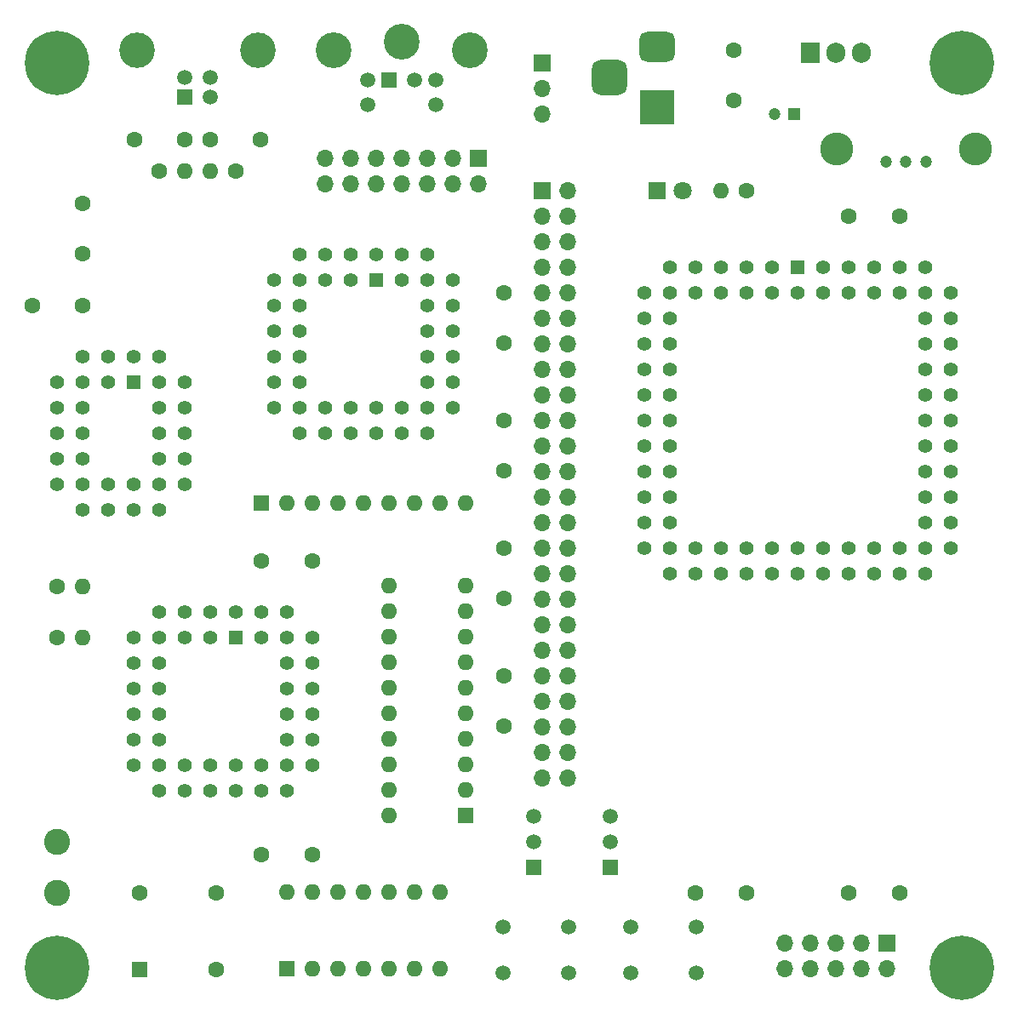
<source format=gbr>
%TF.GenerationSoftware,KiCad,Pcbnew,(6.0.4)*%
%TF.CreationDate,2022-07-11T08:06:57+02:00*%
%TF.ProjectId,65C816_SBC,36354338-3136-45f5-9342-432e6b696361,rev?*%
%TF.SameCoordinates,Original*%
%TF.FileFunction,Soldermask,Bot*%
%TF.FilePolarity,Negative*%
%FSLAX46Y46*%
G04 Gerber Fmt 4.6, Leading zero omitted, Abs format (unit mm)*
G04 Created by KiCad (PCBNEW (6.0.4)) date 2022-07-11 08:06:57*
%MOMM*%
%LPD*%
G01*
G04 APERTURE LIST*
G04 Aperture macros list*
%AMRoundRect*
0 Rectangle with rounded corners*
0 $1 Rounding radius*
0 $2 $3 $4 $5 $6 $7 $8 $9 X,Y pos of 4 corners*
0 Add a 4 corners polygon primitive as box body*
4,1,4,$2,$3,$4,$5,$6,$7,$8,$9,$2,$3,0*
0 Add four circle primitives for the rounded corners*
1,1,$1+$1,$2,$3*
1,1,$1+$1,$4,$5*
1,1,$1+$1,$6,$7*
1,1,$1+$1,$8,$9*
0 Add four rect primitives between the rounded corners*
20,1,$1+$1,$2,$3,$4,$5,0*
20,1,$1+$1,$4,$5,$6,$7,0*
20,1,$1+$1,$6,$7,$8,$9,0*
20,1,$1+$1,$8,$9,$2,$3,0*%
G04 Aperture macros list end*
%ADD10R,1.700000X1.700000*%
%ADD11O,1.700000X1.700000*%
%ADD12C,1.600000*%
%ADD13R,1.600000X1.600000*%
%ADD14R,1.509000X1.509000*%
%ADD15C,1.509000*%
%ADD16C,3.525000*%
%ADD17C,1.500000*%
%ADD18R,1.500000X1.500000*%
%ADD19O,1.600000X1.600000*%
%ADD20R,1.422400X1.422400*%
%ADD21C,1.422400*%
%ADD22R,1.905000X2.000000*%
%ADD23O,1.905000X2.000000*%
%ADD24C,2.600000*%
%ADD25C,1.200000*%
%ADD26C,3.290000*%
%ADD27C,3.555000*%
%ADD28R,1.800000X1.800000*%
%ADD29C,1.800000*%
%ADD30R,1.200000X1.200000*%
%ADD31R,3.500000X3.500000*%
%ADD32RoundRect,0.750000X-1.000000X0.750000X-1.000000X-0.750000X1.000000X-0.750000X1.000000X0.750000X0*%
%ADD33RoundRect,0.875000X-0.875000X0.875000X-0.875000X-0.875000X0.875000X-0.875000X0.875000X0.875000X0*%
%ADD34C,6.400000*%
G04 APERTURE END LIST*
D10*
%TO.C,J1*%
X149860000Y-63510000D03*
D11*
X152400000Y-63510000D03*
X149860000Y-66050000D03*
X152400000Y-66050000D03*
X149860000Y-68590000D03*
X152400000Y-68590000D03*
X149860000Y-71130000D03*
X152400000Y-71130000D03*
X149860000Y-73670000D03*
X152400000Y-73670000D03*
X149860000Y-76210000D03*
X152400000Y-76210000D03*
X149860000Y-78750000D03*
X152400000Y-78750000D03*
X149860000Y-81290000D03*
X152400000Y-81290000D03*
X149860000Y-83830000D03*
X152400000Y-83830000D03*
X149860000Y-86370000D03*
X152400000Y-86370000D03*
X149860000Y-88910000D03*
X152400000Y-88910000D03*
X149860000Y-91450000D03*
X152400000Y-91450000D03*
X149860000Y-93990000D03*
X152400000Y-93990000D03*
X149860000Y-96530000D03*
X152400000Y-96530000D03*
X149860000Y-99070000D03*
X152400000Y-99070000D03*
X149860000Y-101610000D03*
X152400000Y-101610000D03*
X149860000Y-104150000D03*
X152400000Y-104150000D03*
X149860000Y-106690000D03*
X152400000Y-106690000D03*
X149860000Y-109230000D03*
X152400000Y-109230000D03*
X149860000Y-111770000D03*
X152400000Y-111770000D03*
X149860000Y-114310000D03*
X152400000Y-114310000D03*
X149860000Y-116850000D03*
X152400000Y-116850000D03*
X149860000Y-119390000D03*
X152400000Y-119390000D03*
X149860000Y-121930000D03*
X152400000Y-121930000D03*
%TD*%
D10*
%TO.C,J3*%
X149860000Y-50815000D03*
D11*
X149860000Y-53355000D03*
X149860000Y-55895000D03*
%TD*%
D12*
%TO.C,X0*%
X109855000Y-133350000D03*
X117475000Y-133350000D03*
X117475000Y-140970000D03*
D13*
X109855000Y-140970000D03*
%TD*%
D14*
%TO.C,USB0*%
X114320000Y-54240000D03*
D15*
X116820000Y-54240000D03*
X116820000Y-52240000D03*
X114320000Y-52240000D03*
D16*
X121590000Y-49530000D03*
X109550000Y-49530000D03*
%TD*%
D17*
%TO.C,U11*%
X149040000Y-125740000D03*
X149040000Y-128280000D03*
D18*
X149040000Y-130820000D03*
%TD*%
D17*
%TO.C,U10*%
X156660000Y-125740000D03*
X156660000Y-128280000D03*
D18*
X156660000Y-130820000D03*
%TD*%
D13*
%TO.C,U9*%
X142230000Y-125725000D03*
D19*
X142230000Y-123185000D03*
X142230000Y-120645000D03*
X142230000Y-118105000D03*
X142230000Y-115565000D03*
X142230000Y-113025000D03*
X142230000Y-110485000D03*
X142230000Y-107945000D03*
X142230000Y-105405000D03*
X142230000Y-102865000D03*
X134610000Y-102865000D03*
X134610000Y-105405000D03*
X134610000Y-107945000D03*
X134610000Y-110485000D03*
X134610000Y-113025000D03*
X134610000Y-115565000D03*
X134610000Y-118105000D03*
X134610000Y-120645000D03*
X134610000Y-123185000D03*
X134610000Y-125725000D03*
%TD*%
D20*
%TO.C,U8*%
X119380000Y-107950000D03*
D21*
X116840000Y-105410000D03*
X116840000Y-107950000D03*
X114300000Y-105410000D03*
X114300000Y-107950000D03*
X111760000Y-105410000D03*
X109220000Y-107950000D03*
X111760000Y-107950000D03*
X109220000Y-110490000D03*
X111760000Y-110490000D03*
X109220000Y-113030000D03*
X111760000Y-113030000D03*
X109220000Y-115570000D03*
X111760000Y-115570000D03*
X109220000Y-118110000D03*
X111760000Y-118110000D03*
X109220000Y-120650000D03*
X111760000Y-123190000D03*
X111760000Y-120650000D03*
X114300000Y-123190000D03*
X114300000Y-120650000D03*
X116840000Y-123190000D03*
X116840000Y-120650000D03*
X119380000Y-123190000D03*
X119380000Y-120650000D03*
X121920000Y-123190000D03*
X121920000Y-120650000D03*
X124460000Y-123190000D03*
X127000000Y-120650000D03*
X124460000Y-120650000D03*
X127000000Y-118110000D03*
X124460000Y-118110000D03*
X127000000Y-115570000D03*
X124460000Y-115570000D03*
X127000000Y-113030000D03*
X124460000Y-113030000D03*
X127000000Y-110490000D03*
X124460000Y-110490000D03*
X127000000Y-107950000D03*
X124460000Y-105410000D03*
X124460000Y-107950000D03*
X121920000Y-105410000D03*
X121920000Y-107950000D03*
X119380000Y-105410000D03*
%TD*%
D20*
%TO.C,U5*%
X109220000Y-82550000D03*
D21*
X106680000Y-80010000D03*
X106680000Y-82550000D03*
X104140000Y-80010000D03*
X101600000Y-82550000D03*
X104140000Y-82550000D03*
X101600000Y-85090000D03*
X104140000Y-85090000D03*
X101600000Y-87630000D03*
X104140000Y-87630000D03*
X101600000Y-90170000D03*
X104140000Y-90170000D03*
X101600000Y-92710000D03*
X104140000Y-95250000D03*
X104140000Y-92710000D03*
X106680000Y-95250000D03*
X106680000Y-92710000D03*
X109220000Y-95250000D03*
X109220000Y-92710000D03*
X111760000Y-95250000D03*
X114300000Y-92710000D03*
X111760000Y-92710000D03*
X114300000Y-90170000D03*
X111760000Y-90170000D03*
X114300000Y-87630000D03*
X111760000Y-87630000D03*
X114300000Y-85090000D03*
X111760000Y-85090000D03*
X114300000Y-82550000D03*
X111760000Y-80010000D03*
X111760000Y-82550000D03*
X109220000Y-80010000D03*
%TD*%
D20*
%TO.C,U4*%
X133350000Y-72390000D03*
D21*
X130810000Y-69850000D03*
X130810000Y-72390000D03*
X128270000Y-69850000D03*
X128270000Y-72390000D03*
X125730000Y-69850000D03*
X123190000Y-72390000D03*
X125730000Y-72390000D03*
X123190000Y-74930000D03*
X125730000Y-74930000D03*
X123190000Y-77470000D03*
X125730000Y-77470000D03*
X123190000Y-80010000D03*
X125730000Y-80010000D03*
X123190000Y-82550000D03*
X125730000Y-82550000D03*
X123190000Y-85090000D03*
X125730000Y-87630000D03*
X125730000Y-85090000D03*
X128270000Y-87630000D03*
X128270000Y-85090000D03*
X130810000Y-87630000D03*
X130810000Y-85090000D03*
X133350000Y-87630000D03*
X133350000Y-85090000D03*
X135890000Y-87630000D03*
X135890000Y-85090000D03*
X138430000Y-87630000D03*
X140970000Y-85090000D03*
X138430000Y-85090000D03*
X140970000Y-82550000D03*
X138430000Y-82550000D03*
X140970000Y-80010000D03*
X138430000Y-80010000D03*
X140970000Y-77470000D03*
X138430000Y-77470000D03*
X140970000Y-74930000D03*
X138430000Y-74930000D03*
X140970000Y-72390000D03*
X138430000Y-69850000D03*
X138430000Y-72390000D03*
X135890000Y-69850000D03*
X135890000Y-72390000D03*
X133350000Y-69850000D03*
%TD*%
D20*
%TO.C,U3*%
X175260000Y-71120000D03*
D21*
X175260000Y-73660000D03*
X172720000Y-71120000D03*
X172720000Y-73660000D03*
X170180000Y-71120000D03*
X170180000Y-73660000D03*
X167640000Y-71120000D03*
X167640000Y-73660000D03*
X165100000Y-71120000D03*
X165100000Y-73660000D03*
X162560000Y-71120000D03*
X160020000Y-73660000D03*
X162560000Y-73660000D03*
X160020000Y-76200000D03*
X162560000Y-76200000D03*
X160020000Y-78740000D03*
X162560000Y-78740000D03*
X160020000Y-81280000D03*
X162560000Y-81280000D03*
X160020000Y-83820000D03*
X162560000Y-83820000D03*
X160020000Y-86360000D03*
X162560000Y-86360000D03*
X160020000Y-88900000D03*
X162560000Y-88900000D03*
X160020000Y-91440000D03*
X162560000Y-91440000D03*
X160020000Y-93980000D03*
X162560000Y-93980000D03*
X160020000Y-96520000D03*
X162560000Y-96520000D03*
X160020000Y-99060000D03*
X162560000Y-101600000D03*
X162560000Y-99060000D03*
X165100000Y-101600000D03*
X165100000Y-99060000D03*
X167640000Y-101600000D03*
X167640000Y-99060000D03*
X170180000Y-101600000D03*
X170180000Y-99060000D03*
X172720000Y-101600000D03*
X172720000Y-99060000D03*
X175260000Y-101600000D03*
X175260000Y-99060000D03*
X177800000Y-101600000D03*
X177800000Y-99060000D03*
X180340000Y-101600000D03*
X180340000Y-99060000D03*
X182880000Y-101600000D03*
X182880000Y-99060000D03*
X185420000Y-101600000D03*
X185420000Y-99060000D03*
X187960000Y-101600000D03*
X190500000Y-99060000D03*
X187960000Y-99060000D03*
X190500000Y-96520000D03*
X187960000Y-96520000D03*
X190500000Y-93980000D03*
X187960000Y-93980000D03*
X190500000Y-91440000D03*
X187960000Y-91440000D03*
X190500000Y-88900000D03*
X187960000Y-88900000D03*
X190500000Y-86360000D03*
X187960000Y-86360000D03*
X190500000Y-83820000D03*
X187960000Y-83820000D03*
X190500000Y-81280000D03*
X187960000Y-81280000D03*
X190500000Y-78740000D03*
X187960000Y-78740000D03*
X190500000Y-76200000D03*
X187960000Y-76200000D03*
X190500000Y-73660000D03*
X187960000Y-71120000D03*
X187960000Y-73660000D03*
X185420000Y-71120000D03*
X185420000Y-73660000D03*
X182880000Y-71120000D03*
X182880000Y-73660000D03*
X180340000Y-71120000D03*
X180340000Y-73660000D03*
X177800000Y-71120000D03*
X177800000Y-73660000D03*
%TD*%
D13*
%TO.C,U2*%
X124455000Y-140960000D03*
D19*
X126995000Y-140960000D03*
X129535000Y-140960000D03*
X132075000Y-140960000D03*
X134615000Y-140960000D03*
X137155000Y-140960000D03*
X139695000Y-140960000D03*
X139695000Y-133340000D03*
X137155000Y-133340000D03*
X134615000Y-133340000D03*
X132075000Y-133340000D03*
X129535000Y-133340000D03*
X126995000Y-133340000D03*
X124455000Y-133340000D03*
%TD*%
D22*
%TO.C,U0*%
X176530000Y-49840000D03*
D23*
X179070000Y-49840000D03*
X181610000Y-49840000D03*
%TD*%
D24*
%TO.C,TP0*%
X101600000Y-133350000D03*
X101600000Y-128270000D03*
%TD*%
D17*
%TO.C,SW1*%
X145975000Y-136815000D03*
X152475000Y-136815000D03*
X145975000Y-141315000D03*
X152475000Y-141315000D03*
%TD*%
%TO.C,SW0*%
X158675000Y-136815000D03*
X165175000Y-136815000D03*
X158675000Y-141315000D03*
X165175000Y-141315000D03*
%TD*%
D25*
%TO.C,S0*%
X188055000Y-60640000D03*
X186055000Y-60640000D03*
X184055000Y-60640000D03*
D26*
X192955000Y-59390000D03*
X179155000Y-59390000D03*
%TD*%
D13*
%TO.C,RN0*%
X121905000Y-94615000D03*
D19*
X124445000Y-94615000D03*
X126985000Y-94615000D03*
X129525000Y-94615000D03*
X132065000Y-94615000D03*
X134605000Y-94615000D03*
X137145000Y-94615000D03*
X139685000Y-94615000D03*
X142225000Y-94615000D03*
%TD*%
%TO.C,R4*%
X104140000Y-107950000D03*
D12*
X101600000Y-107950000D03*
%TD*%
%TO.C,R3*%
X101600000Y-102870000D03*
D19*
X104140000Y-102870000D03*
%TD*%
%TO.C,R2*%
X167640000Y-63500000D03*
D12*
X170180000Y-63500000D03*
%TD*%
%TO.C,R1*%
X119380000Y-61595000D03*
D19*
X116840000Y-61595000D03*
%TD*%
D12*
%TO.C,R0*%
X111760000Y-61595000D03*
D19*
X114300000Y-61595000D03*
%TD*%
D14*
%TO.C,PS0*%
X134590000Y-52530000D03*
D15*
X137190000Y-52530000D03*
X132540000Y-52530000D03*
X139240000Y-52530000D03*
X132540000Y-55020000D03*
X139240000Y-55020000D03*
D27*
X135890000Y-48720000D03*
X142650000Y-49530000D03*
X129130000Y-49530000D03*
%TD*%
D10*
%TO.C,J2*%
X143515000Y-60325000D03*
D11*
X143515000Y-62865000D03*
X140975000Y-60325000D03*
X140975000Y-62865000D03*
X138435000Y-60325000D03*
X138435000Y-62865000D03*
X135895000Y-60325000D03*
X135895000Y-62865000D03*
X133355000Y-60325000D03*
X133355000Y-62865000D03*
X130815000Y-60325000D03*
X130815000Y-62865000D03*
X128275000Y-60325000D03*
X128275000Y-62865000D03*
%TD*%
%TO.C,J0*%
X173985000Y-140965000D03*
X173985000Y-138425000D03*
X176525000Y-140965000D03*
X176525000Y-138425000D03*
X179065000Y-140965000D03*
X179065000Y-138425000D03*
X181605000Y-140965000D03*
X181605000Y-138425000D03*
X184145000Y-140965000D03*
D10*
X184145000Y-138425000D03*
%TD*%
D28*
%TO.C,D0*%
X161290000Y-63500000D03*
D29*
X163830000Y-63500000D03*
%TD*%
D12*
%TO.C,C14*%
X121960000Y-129540000D03*
X126960000Y-129540000D03*
%TD*%
%TO.C,C13*%
X121960000Y-100330000D03*
X126960000Y-100330000D03*
%TD*%
%TO.C,C12*%
X180380000Y-66040000D03*
X185380000Y-66040000D03*
%TD*%
%TO.C,C11*%
X180380000Y-133350000D03*
X185380000Y-133350000D03*
%TD*%
%TO.C,C10*%
X165140000Y-133350000D03*
X170140000Y-133350000D03*
%TD*%
%TO.C,C9*%
X146050000Y-116760000D03*
X146050000Y-111760000D03*
%TD*%
%TO.C,C8*%
X146050000Y-99100000D03*
X146050000Y-104100000D03*
%TD*%
%TO.C,C7*%
X146050000Y-91360000D03*
X146050000Y-86360000D03*
%TD*%
%TO.C,C6*%
X146050000Y-73660000D03*
X146050000Y-78660000D03*
%TD*%
%TO.C,C5*%
X99140000Y-74930000D03*
X104140000Y-74930000D03*
%TD*%
D30*
%TO.C,C4*%
X174962600Y-55880000D03*
D25*
X172962600Y-55880000D03*
%TD*%
D12*
%TO.C,C3*%
X168910000Y-54570000D03*
X168910000Y-49570000D03*
%TD*%
%TO.C,C2*%
X109300000Y-58420000D03*
X114300000Y-58420000D03*
%TD*%
%TO.C,C1*%
X121840000Y-58420000D03*
X116840000Y-58420000D03*
%TD*%
%TO.C,C0*%
X104140000Y-69810000D03*
X104140000Y-64810000D03*
%TD*%
D31*
%TO.C,BJ0*%
X161290000Y-55245000D03*
D32*
X161290000Y-49245000D03*
D33*
X156590000Y-52245000D03*
%TD*%
D34*
%TO.C,H1*%
X191600000Y-140800000D03*
%TD*%
%TO.C,H3*%
X101600000Y-50800000D03*
%TD*%
%TO.C,H0*%
X191600000Y-50800000D03*
%TD*%
%TO.C,H2*%
X101600000Y-140800000D03*
%TD*%
M02*

</source>
